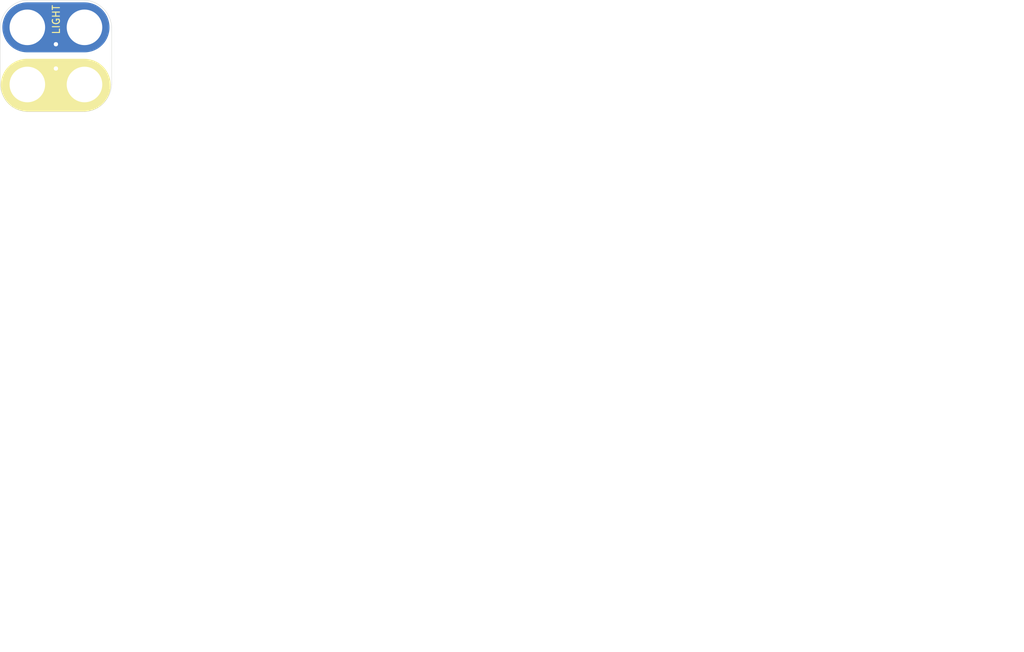
<source format=kicad_pcb>
(kicad_pcb (version 4) (host pcbnew 4.0.7-e2-6376~58~ubuntu16.04.1)

  (general
    (links 4)
    (no_connects 4)
    (area 2.268374 25.698874 145.628599 117.31244)
    (thickness 1.6)
    (drawings 1)
    (tracks 0)
    (zones 0)
    (modules 1)
    (nets 3)
  )

  (page USLetter)
  (title_block
    (title "2x2 CdS Photocell TH Module")
    (date "17 Mar 2017")
    (rev v1.2)
    (company "All rights reserved.")
    (comment 1 help@browndoggadgets.com)
    (comment 2 http://browndoggadgets.com/)
    (comment 3 "Brown Dog Gadgets")
  )

  (layers
    (0 F.Cu signal)
    (31 B.Cu signal)
    (34 B.Paste user)
    (35 F.Paste user)
    (36 B.SilkS user)
    (37 F.SilkS user)
    (38 B.Mask user)
    (39 F.Mask user)
    (40 Dwgs.User user)
    (44 Edge.Cuts user)
    (46 B.CrtYd user)
    (47 F.CrtYd user)
    (48 B.Fab user)
    (49 F.Fab user)
  )

  (setup
    (last_trace_width 0.254)
    (user_trace_width 0.1524)
    (user_trace_width 0.254)
    (user_trace_width 0.3302)
    (user_trace_width 0.508)
    (user_trace_width 0.762)
    (user_trace_width 1.27)
    (trace_clearance 0.254)
    (zone_clearance 0.508)
    (zone_45_only no)
    (trace_min 0.1524)
    (segment_width 0.1524)
    (edge_width 0.1524)
    (via_size 0.6858)
    (via_drill 0.3302)
    (via_min_size 0.6858)
    (via_min_drill 0.3302)
    (user_via 0.6858 0.3302)
    (user_via 0.762 0.4064)
    (user_via 0.8636 0.508)
    (uvia_size 0.6858)
    (uvia_drill 0.3302)
    (uvias_allowed no)
    (uvia_min_size 0)
    (uvia_min_drill 0)
    (pcb_text_width 0.1524)
    (pcb_text_size 1.016 1.016)
    (mod_edge_width 0.1524)
    (mod_text_size 1.016 1.016)
    (mod_text_width 0.1524)
    (pad_size 1.524 1.524)
    (pad_drill 0.762)
    (pad_to_mask_clearance 0.0762)
    (solder_mask_min_width 0.1016)
    (pad_to_paste_clearance -0.0762)
    (aux_axis_origin 0 0)
    (visible_elements FFFEDF7D)
    (pcbplotparams
      (layerselection 0x310fc_80000001)
      (usegerberextensions true)
      (excludeedgelayer true)
      (linewidth 0.100000)
      (plotframeref false)
      (viasonmask false)
      (mode 1)
      (useauxorigin false)
      (hpglpennumber 1)
      (hpglpenspeed 20)
      (hpglpendiameter 15)
      (hpglpenoverlay 2)
      (psnegative false)
      (psa4output false)
      (plotreference true)
      (plotvalue true)
      (plotinvisibletext false)
      (padsonsilk false)
      (subtractmaskfromsilk false)
      (outputformat 1)
      (mirror false)
      (drillshape 0)
      (scaleselection 1)
      (outputdirectory gerbers))
  )

  (net 0 "")
  (net 1 /2)
  (net 2 /1)

  (net_class Default "This is the default net class."
    (clearance 0.254)
    (trace_width 0.254)
    (via_dia 0.6858)
    (via_drill 0.3302)
    (uvia_dia 0.6858)
    (uvia_drill 0.3302)
    (add_net /1)
    (add_net /2)
  )

  (module Crazy_Circuits:PHOTOCELL-3.4MM-TH-2x2 (layer F.Cu) (tedit 59D92E20) (tstamp 58D18F9C)
    (at 6.351 37.7815)
    (descr "LED 5mm round vertical")
    (tags "LED 5mm round vertical")
    (path /58CC3684)
    (fp_text reference LDR1 (at 4.0005 -4.0005) (layer F.Fab)
      (effects (font (size 1 1) (thickness 0.15)))
    )
    (fp_text value Photocell (at 0 -3.7465) (layer F.SilkS) hide
      (effects (font (size 1 1) (thickness 0.15)))
    )
    (fp_circle (center 4.0005 -3.8735) (end 6.0325 -2.159) (layer F.Fab) (width 0.05))
    (fp_arc (start 0.195441 -0.199792) (end 0 3.8) (angle 84.2) (layer Edge.Cuts) (width 0.05))
    (fp_line (start 11.8 -8) (end 11.8 0) (layer Edge.Cuts) (width 0.05))
    (fp_line (start 0 -11.8) (end 8 -11.8) (layer Edge.Cuts) (width 0.05))
    (fp_line (start 0 3.8) (end 8 3.8) (layer Edge.Cuts) (width 0.05))
    (fp_line (start -3.8 -8) (end -3.8 0) (layer Edge.Cuts) (width 0.05))
    (fp_arc (start 0.195441 -0.199792) (end 0 3.8) (angle 84.2) (layer F.Fab) (width 0.05))
    (fp_line (start 11.8 -8) (end 11.8 0) (layer F.Fab) (width 0.05))
    (fp_line (start 0 -11.8) (end 8 -11.8) (layer F.Fab) (width 0.05))
    (fp_line (start 0 3.8) (end 8 3.8) (layer F.Fab) (width 0.05))
    (fp_line (start -3.8 -8) (end -3.8 0) (layer F.Fab) (width 0.05))
    (fp_line (start -0.0244 0.1016) (end 7.9756 0.1016) (layer F.SilkS) (width 7.4))
    (fp_line (start 8 -8) (end 0 -8) (layer B.Cu) (width 7))
    (fp_line (start 8 0) (end 0 0) (layer B.Cu) (width 7))
    (fp_line (start 4 -1.35) (end 4 -2.45) (layer B.Cu) (width 2))
    (fp_arc (start 7.800208 -0.195441) (end 11.8 0) (angle 84.2) (layer Edge.Cuts) (width 0.05))
    (fp_arc (start 0.199792 -7.804559) (end -3.8 -8) (angle 84.2) (layer Edge.Cuts) (width 0.05))
    (fp_arc (start 7.804559 -7.800208) (end 8 -11.8) (angle 84.2) (layer Edge.Cuts) (width 0.05))
    (fp_arc (start 7.800208 -0.195441) (end 11.8 0) (angle 84.2) (layer F.Fab) (width 0.05))
    (fp_arc (start 0.199792 -7.804559) (end -3.8 -8) (angle 84.2) (layer F.Fab) (width 0.05))
    (fp_arc (start 7.804559 -7.800208) (end 8 -11.8) (angle 84.2) (layer F.Fab) (width 0.05))
    (fp_text user LIGHT (at 4.0386 -9.0932 90) (layer F.SilkS)
      (effects (font (size 1 1) (thickness 0.15)))
    )
    (pad 2 thru_hole circle (at 3.9985 -5.637) (size 1.4 1.4) (drill 0.6) (layers *.Cu B.Mask)
      (net 1 /2))
    (pad 1 thru_hole circle (at 3.9985 -2.237 270) (size 1.4 1.4) (drill 0.6) (layers *.Cu B.Mask)
      (net 2 /1))
    (pad 1 thru_hole circle (at 0 0) (size 6.2 6.2) (drill 4.98) (layers *.Cu *.Mask)
      (net 2 /1))
    (pad 2 thru_hole circle (at 0 -8) (size 6.2 6.2) (drill 4.98) (layers *.Cu *.Mask)
      (net 1 /2))
    (pad 2 thru_hole circle (at 8 -8) (size 6.2 6.2) (drill 4.98) (layers *.Cu *.Mask)
      (net 1 /2))
    (pad 1 thru_hole circle (at 8 0) (size 6.2 6.2) (drill 4.98) (layers *.Cu *.Mask)
      (net 2 /1))
  )

  (gr_text "FABRICATION NOTES\n\n1. THIS IS A 2 LAYER BOARD. \n2. EXTERNAL LAYERS SHALL HAVE 1 OZ COPPER.\n3. MATERIAL: FR4 AND 0.062 INCH +/- 10% THICK.\n4. BOARDS SHALL BE ROHS COMPLIANT. \n5. MANUFACTURE IN ACCORDANCE WITH IPC-6012 CLASS 2\n6. MASK: BOTH SIDES OF THE BOARD SHALL HAVE \n   SOLDER MASK (RED) OVER BARE COPPER. \n7. SILK: BOTH SIDES OF THE BOARD SHALL HAVE \n   WHITE SILKSCREEN. DO NOT PLACE SILK OVER BARE COPPER.\n8. FINISH: ENIG.\n9. MINIMUM TRACE WIDTH - 0.006 INCH.\n   MINIMUM SPACE - 0.006 INCH.\n   MINIMUM HOLE DIA - 0.013 INCH. \n10. MAX HOLE PLACEMENT TOLERANCE OF +/- 0.003 INCH.\n11. MAX HOLE DIAMETER TOLERANCE OF +/- 0.003 INCH AFTER PLATING." (at 2.78384 82.64144) (layer Dwgs.User)
    (effects (font (size 2.54 2.54) (thickness 0.254)) (justify left))
  )

)

</source>
